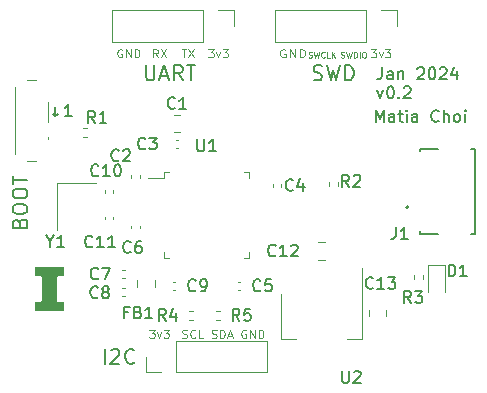
<source format=gbr>
%TF.GenerationSoftware,KiCad,Pcbnew,7.0.9*%
%TF.CreationDate,2024-01-06T18:59:37-08:00*%
%TF.ProjectId,STM32F103C8T6,53544d33-3246-4313-9033-433854362e6b,0.2*%
%TF.SameCoordinates,Original*%
%TF.FileFunction,Legend,Top*%
%TF.FilePolarity,Positive*%
%FSLAX46Y46*%
G04 Gerber Fmt 4.6, Leading zero omitted, Abs format (unit mm)*
G04 Created by KiCad (PCBNEW 7.0.9) date 2024-01-06 18:59:37*
%MOMM*%
%LPD*%
G01*
G04 APERTURE LIST*
%ADD10C,0.125000*%
%ADD11C,0.150000*%
%ADD12C,0.100000*%
%ADD13C,0.120000*%
%ADD14C,0.127000*%
%ADD15C,0.200000*%
G04 APERTURE END LIST*
D10*
X100182236Y-94707833D02*
X100615569Y-94707833D01*
X100615569Y-94707833D02*
X100382236Y-94974500D01*
X100382236Y-94974500D02*
X100482236Y-94974500D01*
X100482236Y-94974500D02*
X100548902Y-95007833D01*
X100548902Y-95007833D02*
X100582236Y-95041166D01*
X100582236Y-95041166D02*
X100615569Y-95107833D01*
X100615569Y-95107833D02*
X100615569Y-95274500D01*
X100615569Y-95274500D02*
X100582236Y-95341166D01*
X100582236Y-95341166D02*
X100548902Y-95374500D01*
X100548902Y-95374500D02*
X100482236Y-95407833D01*
X100482236Y-95407833D02*
X100282236Y-95407833D01*
X100282236Y-95407833D02*
X100215569Y-95374500D01*
X100215569Y-95374500D02*
X100182236Y-95341166D01*
X100848903Y-94941166D02*
X101015569Y-95407833D01*
X101015569Y-95407833D02*
X101182236Y-94941166D01*
X101382236Y-94707833D02*
X101815569Y-94707833D01*
X101815569Y-94707833D02*
X101582236Y-94974500D01*
X101582236Y-94974500D02*
X101682236Y-94974500D01*
X101682236Y-94974500D02*
X101748902Y-95007833D01*
X101748902Y-95007833D02*
X101782236Y-95041166D01*
X101782236Y-95041166D02*
X101815569Y-95107833D01*
X101815569Y-95107833D02*
X101815569Y-95274500D01*
X101815569Y-95274500D02*
X101782236Y-95341166D01*
X101782236Y-95341166D02*
X101748902Y-95374500D01*
X101748902Y-95374500D02*
X101682236Y-95407833D01*
X101682236Y-95407833D02*
X101482236Y-95407833D01*
X101482236Y-95407833D02*
X101415569Y-95374500D01*
X101415569Y-95374500D02*
X101382236Y-95341166D01*
X102898902Y-70957833D02*
X103298902Y-70957833D01*
X103098902Y-71657833D02*
X103098902Y-70957833D01*
X103465569Y-70957833D02*
X103932235Y-71657833D01*
X103932235Y-70957833D02*
X103465569Y-71657833D01*
D11*
X119872493Y-72509819D02*
X119872493Y-73224104D01*
X119872493Y-73224104D02*
X119824874Y-73366961D01*
X119824874Y-73366961D02*
X119729636Y-73462200D01*
X119729636Y-73462200D02*
X119586779Y-73509819D01*
X119586779Y-73509819D02*
X119491541Y-73509819D01*
X120777255Y-73509819D02*
X120777255Y-72986009D01*
X120777255Y-72986009D02*
X120729636Y-72890771D01*
X120729636Y-72890771D02*
X120634398Y-72843152D01*
X120634398Y-72843152D02*
X120443922Y-72843152D01*
X120443922Y-72843152D02*
X120348684Y-72890771D01*
X120777255Y-73462200D02*
X120682017Y-73509819D01*
X120682017Y-73509819D02*
X120443922Y-73509819D01*
X120443922Y-73509819D02*
X120348684Y-73462200D01*
X120348684Y-73462200D02*
X120301065Y-73366961D01*
X120301065Y-73366961D02*
X120301065Y-73271723D01*
X120301065Y-73271723D02*
X120348684Y-73176485D01*
X120348684Y-73176485D02*
X120443922Y-73128866D01*
X120443922Y-73128866D02*
X120682017Y-73128866D01*
X120682017Y-73128866D02*
X120777255Y-73081247D01*
X121253446Y-72843152D02*
X121253446Y-73509819D01*
X121253446Y-72938390D02*
X121301065Y-72890771D01*
X121301065Y-72890771D02*
X121396303Y-72843152D01*
X121396303Y-72843152D02*
X121539160Y-72843152D01*
X121539160Y-72843152D02*
X121634398Y-72890771D01*
X121634398Y-72890771D02*
X121682017Y-72986009D01*
X121682017Y-72986009D02*
X121682017Y-73509819D01*
X122872494Y-72605057D02*
X122920113Y-72557438D01*
X122920113Y-72557438D02*
X123015351Y-72509819D01*
X123015351Y-72509819D02*
X123253446Y-72509819D01*
X123253446Y-72509819D02*
X123348684Y-72557438D01*
X123348684Y-72557438D02*
X123396303Y-72605057D01*
X123396303Y-72605057D02*
X123443922Y-72700295D01*
X123443922Y-72700295D02*
X123443922Y-72795533D01*
X123443922Y-72795533D02*
X123396303Y-72938390D01*
X123396303Y-72938390D02*
X122824875Y-73509819D01*
X122824875Y-73509819D02*
X123443922Y-73509819D01*
X124062970Y-72509819D02*
X124158208Y-72509819D01*
X124158208Y-72509819D02*
X124253446Y-72557438D01*
X124253446Y-72557438D02*
X124301065Y-72605057D01*
X124301065Y-72605057D02*
X124348684Y-72700295D01*
X124348684Y-72700295D02*
X124396303Y-72890771D01*
X124396303Y-72890771D02*
X124396303Y-73128866D01*
X124396303Y-73128866D02*
X124348684Y-73319342D01*
X124348684Y-73319342D02*
X124301065Y-73414580D01*
X124301065Y-73414580D02*
X124253446Y-73462200D01*
X124253446Y-73462200D02*
X124158208Y-73509819D01*
X124158208Y-73509819D02*
X124062970Y-73509819D01*
X124062970Y-73509819D02*
X123967732Y-73462200D01*
X123967732Y-73462200D02*
X123920113Y-73414580D01*
X123920113Y-73414580D02*
X123872494Y-73319342D01*
X123872494Y-73319342D02*
X123824875Y-73128866D01*
X123824875Y-73128866D02*
X123824875Y-72890771D01*
X123824875Y-72890771D02*
X123872494Y-72700295D01*
X123872494Y-72700295D02*
X123920113Y-72605057D01*
X123920113Y-72605057D02*
X123967732Y-72557438D01*
X123967732Y-72557438D02*
X124062970Y-72509819D01*
X124777256Y-72605057D02*
X124824875Y-72557438D01*
X124824875Y-72557438D02*
X124920113Y-72509819D01*
X124920113Y-72509819D02*
X125158208Y-72509819D01*
X125158208Y-72509819D02*
X125253446Y-72557438D01*
X125253446Y-72557438D02*
X125301065Y-72605057D01*
X125301065Y-72605057D02*
X125348684Y-72700295D01*
X125348684Y-72700295D02*
X125348684Y-72795533D01*
X125348684Y-72795533D02*
X125301065Y-72938390D01*
X125301065Y-72938390D02*
X124729637Y-73509819D01*
X124729637Y-73509819D02*
X125348684Y-73509819D01*
X126205827Y-72843152D02*
X126205827Y-73509819D01*
X125967732Y-72462200D02*
X125729637Y-73176485D01*
X125729637Y-73176485D02*
X126348684Y-73176485D01*
X119491541Y-74453152D02*
X119729636Y-75119819D01*
X119729636Y-75119819D02*
X119967731Y-74453152D01*
X120539160Y-74119819D02*
X120634398Y-74119819D01*
X120634398Y-74119819D02*
X120729636Y-74167438D01*
X120729636Y-74167438D02*
X120777255Y-74215057D01*
X120777255Y-74215057D02*
X120824874Y-74310295D01*
X120824874Y-74310295D02*
X120872493Y-74500771D01*
X120872493Y-74500771D02*
X120872493Y-74738866D01*
X120872493Y-74738866D02*
X120824874Y-74929342D01*
X120824874Y-74929342D02*
X120777255Y-75024580D01*
X120777255Y-75024580D02*
X120729636Y-75072200D01*
X120729636Y-75072200D02*
X120634398Y-75119819D01*
X120634398Y-75119819D02*
X120539160Y-75119819D01*
X120539160Y-75119819D02*
X120443922Y-75072200D01*
X120443922Y-75072200D02*
X120396303Y-75024580D01*
X120396303Y-75024580D02*
X120348684Y-74929342D01*
X120348684Y-74929342D02*
X120301065Y-74738866D01*
X120301065Y-74738866D02*
X120301065Y-74500771D01*
X120301065Y-74500771D02*
X120348684Y-74310295D01*
X120348684Y-74310295D02*
X120396303Y-74215057D01*
X120396303Y-74215057D02*
X120443922Y-74167438D01*
X120443922Y-74167438D02*
X120539160Y-74119819D01*
X121301065Y-75024580D02*
X121348684Y-75072200D01*
X121348684Y-75072200D02*
X121301065Y-75119819D01*
X121301065Y-75119819D02*
X121253446Y-75072200D01*
X121253446Y-75072200D02*
X121301065Y-75024580D01*
X121301065Y-75024580D02*
X121301065Y-75119819D01*
X121729636Y-74215057D02*
X121777255Y-74167438D01*
X121777255Y-74167438D02*
X121872493Y-74119819D01*
X121872493Y-74119819D02*
X122110588Y-74119819D01*
X122110588Y-74119819D02*
X122205826Y-74167438D01*
X122205826Y-74167438D02*
X122253445Y-74215057D01*
X122253445Y-74215057D02*
X122301064Y-74310295D01*
X122301064Y-74310295D02*
X122301064Y-74405533D01*
X122301064Y-74405533D02*
X122253445Y-74548390D01*
X122253445Y-74548390D02*
X121682017Y-75119819D01*
X121682017Y-75119819D02*
X122301064Y-75119819D01*
X114086779Y-73529700D02*
X114265350Y-73589223D01*
X114265350Y-73589223D02*
X114562969Y-73589223D01*
X114562969Y-73589223D02*
X114682017Y-73529700D01*
X114682017Y-73529700D02*
X114741541Y-73470176D01*
X114741541Y-73470176D02*
X114801064Y-73351128D01*
X114801064Y-73351128D02*
X114801064Y-73232080D01*
X114801064Y-73232080D02*
X114741541Y-73113033D01*
X114741541Y-73113033D02*
X114682017Y-73053509D01*
X114682017Y-73053509D02*
X114562969Y-72993985D01*
X114562969Y-72993985D02*
X114324874Y-72934461D01*
X114324874Y-72934461D02*
X114205826Y-72874938D01*
X114205826Y-72874938D02*
X114146303Y-72815414D01*
X114146303Y-72815414D02*
X114086779Y-72696366D01*
X114086779Y-72696366D02*
X114086779Y-72577319D01*
X114086779Y-72577319D02*
X114146303Y-72458271D01*
X114146303Y-72458271D02*
X114205826Y-72398747D01*
X114205826Y-72398747D02*
X114324874Y-72339223D01*
X114324874Y-72339223D02*
X114622493Y-72339223D01*
X114622493Y-72339223D02*
X114801064Y-72398747D01*
X115217731Y-72339223D02*
X115515350Y-73589223D01*
X115515350Y-73589223D02*
X115753445Y-72696366D01*
X115753445Y-72696366D02*
X115991540Y-73589223D01*
X115991540Y-73589223D02*
X116289160Y-72339223D01*
X116765350Y-73589223D02*
X116765350Y-72339223D01*
X116765350Y-72339223D02*
X117062969Y-72339223D01*
X117062969Y-72339223D02*
X117241540Y-72398747D01*
X117241540Y-72398747D02*
X117360588Y-72517795D01*
X117360588Y-72517795D02*
X117420111Y-72636842D01*
X117420111Y-72636842D02*
X117479635Y-72874938D01*
X117479635Y-72874938D02*
X117479635Y-73053509D01*
X117479635Y-73053509D02*
X117420111Y-73291604D01*
X117420111Y-73291604D02*
X117360588Y-73410652D01*
X117360588Y-73410652D02*
X117241540Y-73529700D01*
X117241540Y-73529700D02*
X117062969Y-73589223D01*
X117062969Y-73589223D02*
X116765350Y-73589223D01*
D10*
X118932236Y-70957833D02*
X119365569Y-70957833D01*
X119365569Y-70957833D02*
X119132236Y-71224500D01*
X119132236Y-71224500D02*
X119232236Y-71224500D01*
X119232236Y-71224500D02*
X119298902Y-71257833D01*
X119298902Y-71257833D02*
X119332236Y-71291166D01*
X119332236Y-71291166D02*
X119365569Y-71357833D01*
X119365569Y-71357833D02*
X119365569Y-71524500D01*
X119365569Y-71524500D02*
X119332236Y-71591166D01*
X119332236Y-71591166D02*
X119298902Y-71624500D01*
X119298902Y-71624500D02*
X119232236Y-71657833D01*
X119232236Y-71657833D02*
X119032236Y-71657833D01*
X119032236Y-71657833D02*
X118965569Y-71624500D01*
X118965569Y-71624500D02*
X118932236Y-71591166D01*
X119598903Y-71191166D02*
X119765569Y-71657833D01*
X119765569Y-71657833D02*
X119932236Y-71191166D01*
X120132236Y-70957833D02*
X120565569Y-70957833D01*
X120565569Y-70957833D02*
X120332236Y-71224500D01*
X120332236Y-71224500D02*
X120432236Y-71224500D01*
X120432236Y-71224500D02*
X120498902Y-71257833D01*
X120498902Y-71257833D02*
X120532236Y-71291166D01*
X120532236Y-71291166D02*
X120565569Y-71357833D01*
X120565569Y-71357833D02*
X120565569Y-71524500D01*
X120565569Y-71524500D02*
X120532236Y-71591166D01*
X120532236Y-71591166D02*
X120498902Y-71624500D01*
X120498902Y-71624500D02*
X120432236Y-71657833D01*
X120432236Y-71657833D02*
X120232236Y-71657833D01*
X120232236Y-71657833D02*
X120165569Y-71624500D01*
X120165569Y-71624500D02*
X120132236Y-71591166D01*
D11*
X119336779Y-77119819D02*
X119336779Y-76119819D01*
X119336779Y-76119819D02*
X119670112Y-76834104D01*
X119670112Y-76834104D02*
X120003445Y-76119819D01*
X120003445Y-76119819D02*
X120003445Y-77119819D01*
X120908207Y-77119819D02*
X120908207Y-76596009D01*
X120908207Y-76596009D02*
X120860588Y-76500771D01*
X120860588Y-76500771D02*
X120765350Y-76453152D01*
X120765350Y-76453152D02*
X120574874Y-76453152D01*
X120574874Y-76453152D02*
X120479636Y-76500771D01*
X120908207Y-77072200D02*
X120812969Y-77119819D01*
X120812969Y-77119819D02*
X120574874Y-77119819D01*
X120574874Y-77119819D02*
X120479636Y-77072200D01*
X120479636Y-77072200D02*
X120432017Y-76976961D01*
X120432017Y-76976961D02*
X120432017Y-76881723D01*
X120432017Y-76881723D02*
X120479636Y-76786485D01*
X120479636Y-76786485D02*
X120574874Y-76738866D01*
X120574874Y-76738866D02*
X120812969Y-76738866D01*
X120812969Y-76738866D02*
X120908207Y-76691247D01*
X121241541Y-76453152D02*
X121622493Y-76453152D01*
X121384398Y-76119819D02*
X121384398Y-76976961D01*
X121384398Y-76976961D02*
X121432017Y-77072200D01*
X121432017Y-77072200D02*
X121527255Y-77119819D01*
X121527255Y-77119819D02*
X121622493Y-77119819D01*
X121955827Y-77119819D02*
X121955827Y-76453152D01*
X121955827Y-76119819D02*
X121908208Y-76167438D01*
X121908208Y-76167438D02*
X121955827Y-76215057D01*
X121955827Y-76215057D02*
X122003446Y-76167438D01*
X122003446Y-76167438D02*
X121955827Y-76119819D01*
X121955827Y-76119819D02*
X121955827Y-76215057D01*
X122860588Y-77119819D02*
X122860588Y-76596009D01*
X122860588Y-76596009D02*
X122812969Y-76500771D01*
X122812969Y-76500771D02*
X122717731Y-76453152D01*
X122717731Y-76453152D02*
X122527255Y-76453152D01*
X122527255Y-76453152D02*
X122432017Y-76500771D01*
X122860588Y-77072200D02*
X122765350Y-77119819D01*
X122765350Y-77119819D02*
X122527255Y-77119819D01*
X122527255Y-77119819D02*
X122432017Y-77072200D01*
X122432017Y-77072200D02*
X122384398Y-76976961D01*
X122384398Y-76976961D02*
X122384398Y-76881723D01*
X122384398Y-76881723D02*
X122432017Y-76786485D01*
X122432017Y-76786485D02*
X122527255Y-76738866D01*
X122527255Y-76738866D02*
X122765350Y-76738866D01*
X122765350Y-76738866D02*
X122860588Y-76691247D01*
X124670112Y-77024580D02*
X124622493Y-77072200D01*
X124622493Y-77072200D02*
X124479636Y-77119819D01*
X124479636Y-77119819D02*
X124384398Y-77119819D01*
X124384398Y-77119819D02*
X124241541Y-77072200D01*
X124241541Y-77072200D02*
X124146303Y-76976961D01*
X124146303Y-76976961D02*
X124098684Y-76881723D01*
X124098684Y-76881723D02*
X124051065Y-76691247D01*
X124051065Y-76691247D02*
X124051065Y-76548390D01*
X124051065Y-76548390D02*
X124098684Y-76357914D01*
X124098684Y-76357914D02*
X124146303Y-76262676D01*
X124146303Y-76262676D02*
X124241541Y-76167438D01*
X124241541Y-76167438D02*
X124384398Y-76119819D01*
X124384398Y-76119819D02*
X124479636Y-76119819D01*
X124479636Y-76119819D02*
X124622493Y-76167438D01*
X124622493Y-76167438D02*
X124670112Y-76215057D01*
X125098684Y-77119819D02*
X125098684Y-76119819D01*
X125527255Y-77119819D02*
X125527255Y-76596009D01*
X125527255Y-76596009D02*
X125479636Y-76500771D01*
X125479636Y-76500771D02*
X125384398Y-76453152D01*
X125384398Y-76453152D02*
X125241541Y-76453152D01*
X125241541Y-76453152D02*
X125146303Y-76500771D01*
X125146303Y-76500771D02*
X125098684Y-76548390D01*
X126146303Y-77119819D02*
X126051065Y-77072200D01*
X126051065Y-77072200D02*
X126003446Y-77024580D01*
X126003446Y-77024580D02*
X125955827Y-76929342D01*
X125955827Y-76929342D02*
X125955827Y-76643628D01*
X125955827Y-76643628D02*
X126003446Y-76548390D01*
X126003446Y-76548390D02*
X126051065Y-76500771D01*
X126051065Y-76500771D02*
X126146303Y-76453152D01*
X126146303Y-76453152D02*
X126289160Y-76453152D01*
X126289160Y-76453152D02*
X126384398Y-76500771D01*
X126384398Y-76500771D02*
X126432017Y-76548390D01*
X126432017Y-76548390D02*
X126479636Y-76643628D01*
X126479636Y-76643628D02*
X126479636Y-76929342D01*
X126479636Y-76929342D02*
X126432017Y-77024580D01*
X126432017Y-77024580D02*
X126384398Y-77072200D01*
X126384398Y-77072200D02*
X126289160Y-77119819D01*
X126289160Y-77119819D02*
X126146303Y-77119819D01*
X126908208Y-77119819D02*
X126908208Y-76453152D01*
X126908208Y-76119819D02*
X126860589Y-76167438D01*
X126860589Y-76167438D02*
X126908208Y-76215057D01*
X126908208Y-76215057D02*
X126955827Y-76167438D01*
X126955827Y-76167438D02*
X126908208Y-76119819D01*
X126908208Y-76119819D02*
X126908208Y-76215057D01*
D10*
X102965569Y-95374500D02*
X103065569Y-95407833D01*
X103065569Y-95407833D02*
X103232236Y-95407833D01*
X103232236Y-95407833D02*
X103298902Y-95374500D01*
X103298902Y-95374500D02*
X103332236Y-95341166D01*
X103332236Y-95341166D02*
X103365569Y-95274500D01*
X103365569Y-95274500D02*
X103365569Y-95207833D01*
X103365569Y-95207833D02*
X103332236Y-95141166D01*
X103332236Y-95141166D02*
X103298902Y-95107833D01*
X103298902Y-95107833D02*
X103232236Y-95074500D01*
X103232236Y-95074500D02*
X103098902Y-95041166D01*
X103098902Y-95041166D02*
X103032236Y-95007833D01*
X103032236Y-95007833D02*
X102998902Y-94974500D01*
X102998902Y-94974500D02*
X102965569Y-94907833D01*
X102965569Y-94907833D02*
X102965569Y-94841166D01*
X102965569Y-94841166D02*
X102998902Y-94774500D01*
X102998902Y-94774500D02*
X103032236Y-94741166D01*
X103032236Y-94741166D02*
X103098902Y-94707833D01*
X103098902Y-94707833D02*
X103265569Y-94707833D01*
X103265569Y-94707833D02*
X103365569Y-94741166D01*
X104065569Y-95341166D02*
X104032236Y-95374500D01*
X104032236Y-95374500D02*
X103932236Y-95407833D01*
X103932236Y-95407833D02*
X103865569Y-95407833D01*
X103865569Y-95407833D02*
X103765569Y-95374500D01*
X103765569Y-95374500D02*
X103698903Y-95307833D01*
X103698903Y-95307833D02*
X103665569Y-95241166D01*
X103665569Y-95241166D02*
X103632236Y-95107833D01*
X103632236Y-95107833D02*
X103632236Y-95007833D01*
X103632236Y-95007833D02*
X103665569Y-94874500D01*
X103665569Y-94874500D02*
X103698903Y-94807833D01*
X103698903Y-94807833D02*
X103765569Y-94741166D01*
X103765569Y-94741166D02*
X103865569Y-94707833D01*
X103865569Y-94707833D02*
X103932236Y-94707833D01*
X103932236Y-94707833D02*
X104032236Y-94741166D01*
X104032236Y-94741166D02*
X104065569Y-94774500D01*
X104698903Y-95407833D02*
X104365569Y-95407833D01*
X104365569Y-95407833D02*
X104365569Y-94707833D01*
X105182236Y-70957833D02*
X105615569Y-70957833D01*
X105615569Y-70957833D02*
X105382236Y-71224500D01*
X105382236Y-71224500D02*
X105482236Y-71224500D01*
X105482236Y-71224500D02*
X105548902Y-71257833D01*
X105548902Y-71257833D02*
X105582236Y-71291166D01*
X105582236Y-71291166D02*
X105615569Y-71357833D01*
X105615569Y-71357833D02*
X105615569Y-71524500D01*
X105615569Y-71524500D02*
X105582236Y-71591166D01*
X105582236Y-71591166D02*
X105548902Y-71624500D01*
X105548902Y-71624500D02*
X105482236Y-71657833D01*
X105482236Y-71657833D02*
X105282236Y-71657833D01*
X105282236Y-71657833D02*
X105215569Y-71624500D01*
X105215569Y-71624500D02*
X105182236Y-71591166D01*
X105848903Y-71191166D02*
X106015569Y-71657833D01*
X106015569Y-71657833D02*
X106182236Y-71191166D01*
X106382236Y-70957833D02*
X106815569Y-70957833D01*
X106815569Y-70957833D02*
X106582236Y-71224500D01*
X106582236Y-71224500D02*
X106682236Y-71224500D01*
X106682236Y-71224500D02*
X106748902Y-71257833D01*
X106748902Y-71257833D02*
X106782236Y-71291166D01*
X106782236Y-71291166D02*
X106815569Y-71357833D01*
X106815569Y-71357833D02*
X106815569Y-71524500D01*
X106815569Y-71524500D02*
X106782236Y-71591166D01*
X106782236Y-71591166D02*
X106748902Y-71624500D01*
X106748902Y-71624500D02*
X106682236Y-71657833D01*
X106682236Y-71657833D02*
X106482236Y-71657833D01*
X106482236Y-71657833D02*
X106415569Y-71624500D01*
X106415569Y-71624500D02*
X106382236Y-71591166D01*
D12*
X116411027Y-71659800D02*
X116482455Y-71683609D01*
X116482455Y-71683609D02*
X116601503Y-71683609D01*
X116601503Y-71683609D02*
X116649122Y-71659800D01*
X116649122Y-71659800D02*
X116672931Y-71635990D01*
X116672931Y-71635990D02*
X116696741Y-71588371D01*
X116696741Y-71588371D02*
X116696741Y-71540752D01*
X116696741Y-71540752D02*
X116672931Y-71493133D01*
X116672931Y-71493133D02*
X116649122Y-71469323D01*
X116649122Y-71469323D02*
X116601503Y-71445514D01*
X116601503Y-71445514D02*
X116506265Y-71421704D01*
X116506265Y-71421704D02*
X116458646Y-71397895D01*
X116458646Y-71397895D02*
X116434836Y-71374085D01*
X116434836Y-71374085D02*
X116411027Y-71326466D01*
X116411027Y-71326466D02*
X116411027Y-71278847D01*
X116411027Y-71278847D02*
X116434836Y-71231228D01*
X116434836Y-71231228D02*
X116458646Y-71207419D01*
X116458646Y-71207419D02*
X116506265Y-71183609D01*
X116506265Y-71183609D02*
X116625312Y-71183609D01*
X116625312Y-71183609D02*
X116696741Y-71207419D01*
X116863407Y-71183609D02*
X116982455Y-71683609D01*
X116982455Y-71683609D02*
X117077693Y-71326466D01*
X117077693Y-71326466D02*
X117172931Y-71683609D01*
X117172931Y-71683609D02*
X117291979Y-71183609D01*
X117482455Y-71683609D02*
X117482455Y-71183609D01*
X117482455Y-71183609D02*
X117601503Y-71183609D01*
X117601503Y-71183609D02*
X117672931Y-71207419D01*
X117672931Y-71207419D02*
X117720550Y-71255038D01*
X117720550Y-71255038D02*
X117744360Y-71302657D01*
X117744360Y-71302657D02*
X117768169Y-71397895D01*
X117768169Y-71397895D02*
X117768169Y-71469323D01*
X117768169Y-71469323D02*
X117744360Y-71564561D01*
X117744360Y-71564561D02*
X117720550Y-71612180D01*
X117720550Y-71612180D02*
X117672931Y-71659800D01*
X117672931Y-71659800D02*
X117601503Y-71683609D01*
X117601503Y-71683609D02*
X117482455Y-71683609D01*
X117982455Y-71683609D02*
X117982455Y-71183609D01*
X118315788Y-71183609D02*
X118411026Y-71183609D01*
X118411026Y-71183609D02*
X118458645Y-71207419D01*
X118458645Y-71207419D02*
X118506264Y-71255038D01*
X118506264Y-71255038D02*
X118530074Y-71350276D01*
X118530074Y-71350276D02*
X118530074Y-71516942D01*
X118530074Y-71516942D02*
X118506264Y-71612180D01*
X118506264Y-71612180D02*
X118458645Y-71659800D01*
X118458645Y-71659800D02*
X118411026Y-71683609D01*
X118411026Y-71683609D02*
X118315788Y-71683609D01*
X118315788Y-71683609D02*
X118268169Y-71659800D01*
X118268169Y-71659800D02*
X118220550Y-71612180D01*
X118220550Y-71612180D02*
X118196741Y-71516942D01*
X118196741Y-71516942D02*
X118196741Y-71350276D01*
X118196741Y-71350276D02*
X118220550Y-71255038D01*
X118220550Y-71255038D02*
X118268169Y-71207419D01*
X118268169Y-71207419D02*
X118315788Y-71183609D01*
D10*
X97865569Y-70991166D02*
X97798902Y-70957833D01*
X97798902Y-70957833D02*
X97698902Y-70957833D01*
X97698902Y-70957833D02*
X97598902Y-70991166D01*
X97598902Y-70991166D02*
X97532236Y-71057833D01*
X97532236Y-71057833D02*
X97498902Y-71124500D01*
X97498902Y-71124500D02*
X97465569Y-71257833D01*
X97465569Y-71257833D02*
X97465569Y-71357833D01*
X97465569Y-71357833D02*
X97498902Y-71491166D01*
X97498902Y-71491166D02*
X97532236Y-71557833D01*
X97532236Y-71557833D02*
X97598902Y-71624500D01*
X97598902Y-71624500D02*
X97698902Y-71657833D01*
X97698902Y-71657833D02*
X97765569Y-71657833D01*
X97765569Y-71657833D02*
X97865569Y-71624500D01*
X97865569Y-71624500D02*
X97898902Y-71591166D01*
X97898902Y-71591166D02*
X97898902Y-71357833D01*
X97898902Y-71357833D02*
X97765569Y-71357833D01*
X98198902Y-71657833D02*
X98198902Y-70957833D01*
X98198902Y-70957833D02*
X98598902Y-71657833D01*
X98598902Y-71657833D02*
X98598902Y-70957833D01*
X98932235Y-71657833D02*
X98932235Y-70957833D01*
X98932235Y-70957833D02*
X99098902Y-70957833D01*
X99098902Y-70957833D02*
X99198902Y-70991166D01*
X99198902Y-70991166D02*
X99265569Y-71057833D01*
X99265569Y-71057833D02*
X99298902Y-71124500D01*
X99298902Y-71124500D02*
X99332235Y-71257833D01*
X99332235Y-71257833D02*
X99332235Y-71357833D01*
X99332235Y-71357833D02*
X99298902Y-71491166D01*
X99298902Y-71491166D02*
X99265569Y-71557833D01*
X99265569Y-71557833D02*
X99198902Y-71624500D01*
X99198902Y-71624500D02*
X99098902Y-71657833D01*
X99098902Y-71657833D02*
X98932235Y-71657833D01*
X100898902Y-71657833D02*
X100665569Y-71324500D01*
X100498902Y-71657833D02*
X100498902Y-70957833D01*
X100498902Y-70957833D02*
X100765569Y-70957833D01*
X100765569Y-70957833D02*
X100832236Y-70991166D01*
X100832236Y-70991166D02*
X100865569Y-71024500D01*
X100865569Y-71024500D02*
X100898902Y-71091166D01*
X100898902Y-71091166D02*
X100898902Y-71191166D01*
X100898902Y-71191166D02*
X100865569Y-71257833D01*
X100865569Y-71257833D02*
X100832236Y-71291166D01*
X100832236Y-71291166D02*
X100765569Y-71324500D01*
X100765569Y-71324500D02*
X100498902Y-71324500D01*
X101132236Y-70957833D02*
X101598902Y-71657833D01*
X101598902Y-70957833D02*
X101132236Y-71657833D01*
D11*
X89184461Y-85687030D02*
X89243985Y-85508458D01*
X89243985Y-85508458D02*
X89303509Y-85448935D01*
X89303509Y-85448935D02*
X89422557Y-85389411D01*
X89422557Y-85389411D02*
X89601128Y-85389411D01*
X89601128Y-85389411D02*
X89720176Y-85448935D01*
X89720176Y-85448935D02*
X89779700Y-85508458D01*
X89779700Y-85508458D02*
X89839223Y-85627506D01*
X89839223Y-85627506D02*
X89839223Y-86103696D01*
X89839223Y-86103696D02*
X88589223Y-86103696D01*
X88589223Y-86103696D02*
X88589223Y-85687030D01*
X88589223Y-85687030D02*
X88648747Y-85567982D01*
X88648747Y-85567982D02*
X88708271Y-85508458D01*
X88708271Y-85508458D02*
X88827319Y-85448935D01*
X88827319Y-85448935D02*
X88946366Y-85448935D01*
X88946366Y-85448935D02*
X89065414Y-85508458D01*
X89065414Y-85508458D02*
X89124938Y-85567982D01*
X89124938Y-85567982D02*
X89184461Y-85687030D01*
X89184461Y-85687030D02*
X89184461Y-86103696D01*
X88589223Y-84615601D02*
X88589223Y-84377506D01*
X88589223Y-84377506D02*
X88648747Y-84258458D01*
X88648747Y-84258458D02*
X88767795Y-84139411D01*
X88767795Y-84139411D02*
X89005890Y-84079887D01*
X89005890Y-84079887D02*
X89422557Y-84079887D01*
X89422557Y-84079887D02*
X89660652Y-84139411D01*
X89660652Y-84139411D02*
X89779700Y-84258458D01*
X89779700Y-84258458D02*
X89839223Y-84377506D01*
X89839223Y-84377506D02*
X89839223Y-84615601D01*
X89839223Y-84615601D02*
X89779700Y-84734649D01*
X89779700Y-84734649D02*
X89660652Y-84853696D01*
X89660652Y-84853696D02*
X89422557Y-84913220D01*
X89422557Y-84913220D02*
X89005890Y-84913220D01*
X89005890Y-84913220D02*
X88767795Y-84853696D01*
X88767795Y-84853696D02*
X88648747Y-84734649D01*
X88648747Y-84734649D02*
X88589223Y-84615601D01*
X88589223Y-83306077D02*
X88589223Y-83067982D01*
X88589223Y-83067982D02*
X88648747Y-82948934D01*
X88648747Y-82948934D02*
X88767795Y-82829887D01*
X88767795Y-82829887D02*
X89005890Y-82770363D01*
X89005890Y-82770363D02*
X89422557Y-82770363D01*
X89422557Y-82770363D02*
X89660652Y-82829887D01*
X89660652Y-82829887D02*
X89779700Y-82948934D01*
X89779700Y-82948934D02*
X89839223Y-83067982D01*
X89839223Y-83067982D02*
X89839223Y-83306077D01*
X89839223Y-83306077D02*
X89779700Y-83425125D01*
X89779700Y-83425125D02*
X89660652Y-83544172D01*
X89660652Y-83544172D02*
X89422557Y-83603696D01*
X89422557Y-83603696D02*
X89005890Y-83603696D01*
X89005890Y-83603696D02*
X88767795Y-83544172D01*
X88767795Y-83544172D02*
X88648747Y-83425125D01*
X88648747Y-83425125D02*
X88589223Y-83306077D01*
X88589223Y-82413220D02*
X88589223Y-81698934D01*
X89839223Y-82056077D02*
X88589223Y-82056077D01*
D10*
X111691759Y-70991166D02*
X111615569Y-70957833D01*
X111615569Y-70957833D02*
X111501283Y-70957833D01*
X111501283Y-70957833D02*
X111386997Y-70991166D01*
X111386997Y-70991166D02*
X111310807Y-71057833D01*
X111310807Y-71057833D02*
X111272712Y-71124500D01*
X111272712Y-71124500D02*
X111234616Y-71257833D01*
X111234616Y-71257833D02*
X111234616Y-71357833D01*
X111234616Y-71357833D02*
X111272712Y-71491166D01*
X111272712Y-71491166D02*
X111310807Y-71557833D01*
X111310807Y-71557833D02*
X111386997Y-71624500D01*
X111386997Y-71624500D02*
X111501283Y-71657833D01*
X111501283Y-71657833D02*
X111577474Y-71657833D01*
X111577474Y-71657833D02*
X111691759Y-71624500D01*
X111691759Y-71624500D02*
X111729855Y-71591166D01*
X111729855Y-71591166D02*
X111729855Y-71357833D01*
X111729855Y-71357833D02*
X111577474Y-71357833D01*
X112072712Y-71657833D02*
X112072712Y-70957833D01*
X112072712Y-70957833D02*
X112529855Y-71657833D01*
X112529855Y-71657833D02*
X112529855Y-70957833D01*
X112910807Y-71657833D02*
X112910807Y-70957833D01*
X112910807Y-70957833D02*
X113101283Y-70957833D01*
X113101283Y-70957833D02*
X113215569Y-70991166D01*
X113215569Y-70991166D02*
X113291759Y-71057833D01*
X113291759Y-71057833D02*
X113329854Y-71124500D01*
X113329854Y-71124500D02*
X113367950Y-71257833D01*
X113367950Y-71257833D02*
X113367950Y-71357833D01*
X113367950Y-71357833D02*
X113329854Y-71491166D01*
X113329854Y-71491166D02*
X113291759Y-71557833D01*
X113291759Y-71557833D02*
X113215569Y-71624500D01*
X113215569Y-71624500D02*
X113101283Y-71657833D01*
X113101283Y-71657833D02*
X112910807Y-71657833D01*
D12*
X113661027Y-71659800D02*
X113732455Y-71683609D01*
X113732455Y-71683609D02*
X113851503Y-71683609D01*
X113851503Y-71683609D02*
X113899122Y-71659800D01*
X113899122Y-71659800D02*
X113922931Y-71635990D01*
X113922931Y-71635990D02*
X113946741Y-71588371D01*
X113946741Y-71588371D02*
X113946741Y-71540752D01*
X113946741Y-71540752D02*
X113922931Y-71493133D01*
X113922931Y-71493133D02*
X113899122Y-71469323D01*
X113899122Y-71469323D02*
X113851503Y-71445514D01*
X113851503Y-71445514D02*
X113756265Y-71421704D01*
X113756265Y-71421704D02*
X113708646Y-71397895D01*
X113708646Y-71397895D02*
X113684836Y-71374085D01*
X113684836Y-71374085D02*
X113661027Y-71326466D01*
X113661027Y-71326466D02*
X113661027Y-71278847D01*
X113661027Y-71278847D02*
X113684836Y-71231228D01*
X113684836Y-71231228D02*
X113708646Y-71207419D01*
X113708646Y-71207419D02*
X113756265Y-71183609D01*
X113756265Y-71183609D02*
X113875312Y-71183609D01*
X113875312Y-71183609D02*
X113946741Y-71207419D01*
X114113407Y-71183609D02*
X114232455Y-71683609D01*
X114232455Y-71683609D02*
X114327693Y-71326466D01*
X114327693Y-71326466D02*
X114422931Y-71683609D01*
X114422931Y-71683609D02*
X114541979Y-71183609D01*
X115018169Y-71635990D02*
X114994360Y-71659800D01*
X114994360Y-71659800D02*
X114922931Y-71683609D01*
X114922931Y-71683609D02*
X114875312Y-71683609D01*
X114875312Y-71683609D02*
X114803884Y-71659800D01*
X114803884Y-71659800D02*
X114756265Y-71612180D01*
X114756265Y-71612180D02*
X114732455Y-71564561D01*
X114732455Y-71564561D02*
X114708646Y-71469323D01*
X114708646Y-71469323D02*
X114708646Y-71397895D01*
X114708646Y-71397895D02*
X114732455Y-71302657D01*
X114732455Y-71302657D02*
X114756265Y-71255038D01*
X114756265Y-71255038D02*
X114803884Y-71207419D01*
X114803884Y-71207419D02*
X114875312Y-71183609D01*
X114875312Y-71183609D02*
X114922931Y-71183609D01*
X114922931Y-71183609D02*
X114994360Y-71207419D01*
X114994360Y-71207419D02*
X115018169Y-71231228D01*
X115470550Y-71683609D02*
X115232455Y-71683609D01*
X115232455Y-71683609D02*
X115232455Y-71183609D01*
X115637217Y-71683609D02*
X115637217Y-71183609D01*
X115922931Y-71683609D02*
X115708646Y-71397895D01*
X115922931Y-71183609D02*
X115637217Y-71469323D01*
D10*
X108365569Y-94741166D02*
X108298902Y-94707833D01*
X108298902Y-94707833D02*
X108198902Y-94707833D01*
X108198902Y-94707833D02*
X108098902Y-94741166D01*
X108098902Y-94741166D02*
X108032236Y-94807833D01*
X108032236Y-94807833D02*
X107998902Y-94874500D01*
X107998902Y-94874500D02*
X107965569Y-95007833D01*
X107965569Y-95007833D02*
X107965569Y-95107833D01*
X107965569Y-95107833D02*
X107998902Y-95241166D01*
X107998902Y-95241166D02*
X108032236Y-95307833D01*
X108032236Y-95307833D02*
X108098902Y-95374500D01*
X108098902Y-95374500D02*
X108198902Y-95407833D01*
X108198902Y-95407833D02*
X108265569Y-95407833D01*
X108265569Y-95407833D02*
X108365569Y-95374500D01*
X108365569Y-95374500D02*
X108398902Y-95341166D01*
X108398902Y-95341166D02*
X108398902Y-95107833D01*
X108398902Y-95107833D02*
X108265569Y-95107833D01*
X108698902Y-95407833D02*
X108698902Y-94707833D01*
X108698902Y-94707833D02*
X109098902Y-95407833D01*
X109098902Y-95407833D02*
X109098902Y-94707833D01*
X109432235Y-95407833D02*
X109432235Y-94707833D01*
X109432235Y-94707833D02*
X109598902Y-94707833D01*
X109598902Y-94707833D02*
X109698902Y-94741166D01*
X109698902Y-94741166D02*
X109765569Y-94807833D01*
X109765569Y-94807833D02*
X109798902Y-94874500D01*
X109798902Y-94874500D02*
X109832235Y-95007833D01*
X109832235Y-95007833D02*
X109832235Y-95107833D01*
X109832235Y-95107833D02*
X109798902Y-95241166D01*
X109798902Y-95241166D02*
X109765569Y-95307833D01*
X109765569Y-95307833D02*
X109698902Y-95374500D01*
X109698902Y-95374500D02*
X109598902Y-95407833D01*
X109598902Y-95407833D02*
X109432235Y-95407833D01*
D11*
X99896303Y-72339223D02*
X99896303Y-73351128D01*
X99896303Y-73351128D02*
X99955826Y-73470176D01*
X99955826Y-73470176D02*
X100015350Y-73529700D01*
X100015350Y-73529700D02*
X100134398Y-73589223D01*
X100134398Y-73589223D02*
X100372493Y-73589223D01*
X100372493Y-73589223D02*
X100491541Y-73529700D01*
X100491541Y-73529700D02*
X100551064Y-73470176D01*
X100551064Y-73470176D02*
X100610588Y-73351128D01*
X100610588Y-73351128D02*
X100610588Y-72339223D01*
X101146303Y-73232080D02*
X101741541Y-73232080D01*
X101027255Y-73589223D02*
X101443922Y-72339223D01*
X101443922Y-72339223D02*
X101860588Y-73589223D01*
X102991541Y-73589223D02*
X102574875Y-72993985D01*
X102277256Y-73589223D02*
X102277256Y-72339223D01*
X102277256Y-72339223D02*
X102753446Y-72339223D01*
X102753446Y-72339223D02*
X102872494Y-72398747D01*
X102872494Y-72398747D02*
X102932017Y-72458271D01*
X102932017Y-72458271D02*
X102991541Y-72577319D01*
X102991541Y-72577319D02*
X102991541Y-72755890D01*
X102991541Y-72755890D02*
X102932017Y-72874938D01*
X102932017Y-72874938D02*
X102872494Y-72934461D01*
X102872494Y-72934461D02*
X102753446Y-72993985D01*
X102753446Y-72993985D02*
X102277256Y-72993985D01*
X103348684Y-72339223D02*
X104062970Y-72339223D01*
X103705827Y-73589223D02*
X103705827Y-72339223D01*
X96396303Y-97589223D02*
X96396303Y-96339223D01*
X96932017Y-96458271D02*
X96991541Y-96398747D01*
X96991541Y-96398747D02*
X97110588Y-96339223D01*
X97110588Y-96339223D02*
X97408207Y-96339223D01*
X97408207Y-96339223D02*
X97527255Y-96398747D01*
X97527255Y-96398747D02*
X97586779Y-96458271D01*
X97586779Y-96458271D02*
X97646302Y-96577319D01*
X97646302Y-96577319D02*
X97646302Y-96696366D01*
X97646302Y-96696366D02*
X97586779Y-96874938D01*
X97586779Y-96874938D02*
X96872493Y-97589223D01*
X96872493Y-97589223D02*
X97646302Y-97589223D01*
X98896302Y-97470176D02*
X98836778Y-97529700D01*
X98836778Y-97529700D02*
X98658207Y-97589223D01*
X98658207Y-97589223D02*
X98539159Y-97589223D01*
X98539159Y-97589223D02*
X98360588Y-97529700D01*
X98360588Y-97529700D02*
X98241540Y-97410652D01*
X98241540Y-97410652D02*
X98182017Y-97291604D01*
X98182017Y-97291604D02*
X98122493Y-97053509D01*
X98122493Y-97053509D02*
X98122493Y-96874938D01*
X98122493Y-96874938D02*
X98182017Y-96636842D01*
X98182017Y-96636842D02*
X98241540Y-96517795D01*
X98241540Y-96517795D02*
X98360588Y-96398747D01*
X98360588Y-96398747D02*
X98539159Y-96339223D01*
X98539159Y-96339223D02*
X98658207Y-96339223D01*
X98658207Y-96339223D02*
X98836778Y-96398747D01*
X98836778Y-96398747D02*
X98896302Y-96458271D01*
D10*
X105465569Y-95374500D02*
X105565569Y-95407833D01*
X105565569Y-95407833D02*
X105732236Y-95407833D01*
X105732236Y-95407833D02*
X105798902Y-95374500D01*
X105798902Y-95374500D02*
X105832236Y-95341166D01*
X105832236Y-95341166D02*
X105865569Y-95274500D01*
X105865569Y-95274500D02*
X105865569Y-95207833D01*
X105865569Y-95207833D02*
X105832236Y-95141166D01*
X105832236Y-95141166D02*
X105798902Y-95107833D01*
X105798902Y-95107833D02*
X105732236Y-95074500D01*
X105732236Y-95074500D02*
X105598902Y-95041166D01*
X105598902Y-95041166D02*
X105532236Y-95007833D01*
X105532236Y-95007833D02*
X105498902Y-94974500D01*
X105498902Y-94974500D02*
X105465569Y-94907833D01*
X105465569Y-94907833D02*
X105465569Y-94841166D01*
X105465569Y-94841166D02*
X105498902Y-94774500D01*
X105498902Y-94774500D02*
X105532236Y-94741166D01*
X105532236Y-94741166D02*
X105598902Y-94707833D01*
X105598902Y-94707833D02*
X105765569Y-94707833D01*
X105765569Y-94707833D02*
X105865569Y-94741166D01*
X106165569Y-95407833D02*
X106165569Y-94707833D01*
X106165569Y-94707833D02*
X106332236Y-94707833D01*
X106332236Y-94707833D02*
X106432236Y-94741166D01*
X106432236Y-94741166D02*
X106498903Y-94807833D01*
X106498903Y-94807833D02*
X106532236Y-94874500D01*
X106532236Y-94874500D02*
X106565569Y-95007833D01*
X106565569Y-95007833D02*
X106565569Y-95107833D01*
X106565569Y-95107833D02*
X106532236Y-95241166D01*
X106532236Y-95241166D02*
X106498903Y-95307833D01*
X106498903Y-95307833D02*
X106432236Y-95374500D01*
X106432236Y-95374500D02*
X106332236Y-95407833D01*
X106332236Y-95407833D02*
X106165569Y-95407833D01*
X106832236Y-95207833D02*
X107165569Y-95207833D01*
X106765569Y-95407833D02*
X106998903Y-94707833D01*
X106998903Y-94707833D02*
X107232236Y-95407833D01*
D11*
X92217731Y-75857914D02*
X92217731Y-76619819D01*
X92408207Y-76429342D02*
X92217731Y-76619819D01*
X92217731Y-76619819D02*
X92027255Y-76429342D01*
X93598683Y-76619819D02*
X93027255Y-76619819D01*
X93312969Y-76619819D02*
X93312969Y-75619819D01*
X93312969Y-75619819D02*
X93217731Y-75762676D01*
X93217731Y-75762676D02*
X93122493Y-75857914D01*
X93122493Y-75857914D02*
X93027255Y-75905533D01*
X98366666Y-93231009D02*
X98033333Y-93231009D01*
X98033333Y-93754819D02*
X98033333Y-92754819D01*
X98033333Y-92754819D02*
X98509523Y-92754819D01*
X99223809Y-93231009D02*
X99366666Y-93278628D01*
X99366666Y-93278628D02*
X99414285Y-93326247D01*
X99414285Y-93326247D02*
X99461904Y-93421485D01*
X99461904Y-93421485D02*
X99461904Y-93564342D01*
X99461904Y-93564342D02*
X99414285Y-93659580D01*
X99414285Y-93659580D02*
X99366666Y-93707200D01*
X99366666Y-93707200D02*
X99271428Y-93754819D01*
X99271428Y-93754819D02*
X98890476Y-93754819D01*
X98890476Y-93754819D02*
X98890476Y-92754819D01*
X98890476Y-92754819D02*
X99223809Y-92754819D01*
X99223809Y-92754819D02*
X99319047Y-92802438D01*
X99319047Y-92802438D02*
X99366666Y-92850057D01*
X99366666Y-92850057D02*
X99414285Y-92945295D01*
X99414285Y-92945295D02*
X99414285Y-93040533D01*
X99414285Y-93040533D02*
X99366666Y-93135771D01*
X99366666Y-93135771D02*
X99319047Y-93183390D01*
X99319047Y-93183390D02*
X99223809Y-93231009D01*
X99223809Y-93231009D02*
X98890476Y-93231009D01*
X100414285Y-93754819D02*
X99842857Y-93754819D01*
X100128571Y-93754819D02*
X100128571Y-92754819D01*
X100128571Y-92754819D02*
X100033333Y-92897676D01*
X100033333Y-92897676D02*
X99938095Y-92992914D01*
X99938095Y-92992914D02*
X99842857Y-93040533D01*
X102333333Y-75929580D02*
X102285714Y-75977200D01*
X102285714Y-75977200D02*
X102142857Y-76024819D01*
X102142857Y-76024819D02*
X102047619Y-76024819D01*
X102047619Y-76024819D02*
X101904762Y-75977200D01*
X101904762Y-75977200D02*
X101809524Y-75881961D01*
X101809524Y-75881961D02*
X101761905Y-75786723D01*
X101761905Y-75786723D02*
X101714286Y-75596247D01*
X101714286Y-75596247D02*
X101714286Y-75453390D01*
X101714286Y-75453390D02*
X101761905Y-75262914D01*
X101761905Y-75262914D02*
X101809524Y-75167676D01*
X101809524Y-75167676D02*
X101904762Y-75072438D01*
X101904762Y-75072438D02*
X102047619Y-75024819D01*
X102047619Y-75024819D02*
X102142857Y-75024819D01*
X102142857Y-75024819D02*
X102285714Y-75072438D01*
X102285714Y-75072438D02*
X102333333Y-75120057D01*
X103285714Y-76024819D02*
X102714286Y-76024819D01*
X103000000Y-76024819D02*
X103000000Y-75024819D01*
X103000000Y-75024819D02*
X102904762Y-75167676D01*
X102904762Y-75167676D02*
X102809524Y-75262914D01*
X102809524Y-75262914D02*
X102714286Y-75310533D01*
X121054166Y-86031569D02*
X121054166Y-86745854D01*
X121054166Y-86745854D02*
X121006547Y-86888711D01*
X121006547Y-86888711D02*
X120911309Y-86983950D01*
X120911309Y-86983950D02*
X120768452Y-87031569D01*
X120768452Y-87031569D02*
X120673214Y-87031569D01*
X122054166Y-87031569D02*
X121482738Y-87031569D01*
X121768452Y-87031569D02*
X121768452Y-86031569D01*
X121768452Y-86031569D02*
X121673214Y-86174426D01*
X121673214Y-86174426D02*
X121577976Y-86269664D01*
X121577976Y-86269664D02*
X121482738Y-86317283D01*
X97583333Y-80359580D02*
X97535714Y-80407200D01*
X97535714Y-80407200D02*
X97392857Y-80454819D01*
X97392857Y-80454819D02*
X97297619Y-80454819D01*
X97297619Y-80454819D02*
X97154762Y-80407200D01*
X97154762Y-80407200D02*
X97059524Y-80311961D01*
X97059524Y-80311961D02*
X97011905Y-80216723D01*
X97011905Y-80216723D02*
X96964286Y-80026247D01*
X96964286Y-80026247D02*
X96964286Y-79883390D01*
X96964286Y-79883390D02*
X97011905Y-79692914D01*
X97011905Y-79692914D02*
X97059524Y-79597676D01*
X97059524Y-79597676D02*
X97154762Y-79502438D01*
X97154762Y-79502438D02*
X97297619Y-79454819D01*
X97297619Y-79454819D02*
X97392857Y-79454819D01*
X97392857Y-79454819D02*
X97535714Y-79502438D01*
X97535714Y-79502438D02*
X97583333Y-79550057D01*
X97964286Y-79550057D02*
X98011905Y-79502438D01*
X98011905Y-79502438D02*
X98107143Y-79454819D01*
X98107143Y-79454819D02*
X98345238Y-79454819D01*
X98345238Y-79454819D02*
X98440476Y-79502438D01*
X98440476Y-79502438D02*
X98488095Y-79550057D01*
X98488095Y-79550057D02*
X98535714Y-79645295D01*
X98535714Y-79645295D02*
X98535714Y-79740533D01*
X98535714Y-79740533D02*
X98488095Y-79883390D01*
X98488095Y-79883390D02*
X97916667Y-80454819D01*
X97916667Y-80454819D02*
X98535714Y-80454819D01*
X112333333Y-82859580D02*
X112285714Y-82907200D01*
X112285714Y-82907200D02*
X112142857Y-82954819D01*
X112142857Y-82954819D02*
X112047619Y-82954819D01*
X112047619Y-82954819D02*
X111904762Y-82907200D01*
X111904762Y-82907200D02*
X111809524Y-82811961D01*
X111809524Y-82811961D02*
X111761905Y-82716723D01*
X111761905Y-82716723D02*
X111714286Y-82526247D01*
X111714286Y-82526247D02*
X111714286Y-82383390D01*
X111714286Y-82383390D02*
X111761905Y-82192914D01*
X111761905Y-82192914D02*
X111809524Y-82097676D01*
X111809524Y-82097676D02*
X111904762Y-82002438D01*
X111904762Y-82002438D02*
X112047619Y-81954819D01*
X112047619Y-81954819D02*
X112142857Y-81954819D01*
X112142857Y-81954819D02*
X112285714Y-82002438D01*
X112285714Y-82002438D02*
X112333333Y-82050057D01*
X113190476Y-82288152D02*
X113190476Y-82954819D01*
X112952381Y-81907200D02*
X112714286Y-82621485D01*
X112714286Y-82621485D02*
X113333333Y-82621485D01*
X107803333Y-93954819D02*
X107470000Y-93478628D01*
X107231905Y-93954819D02*
X107231905Y-92954819D01*
X107231905Y-92954819D02*
X107612857Y-92954819D01*
X107612857Y-92954819D02*
X107708095Y-93002438D01*
X107708095Y-93002438D02*
X107755714Y-93050057D01*
X107755714Y-93050057D02*
X107803333Y-93145295D01*
X107803333Y-93145295D02*
X107803333Y-93288152D01*
X107803333Y-93288152D02*
X107755714Y-93383390D01*
X107755714Y-93383390D02*
X107708095Y-93431009D01*
X107708095Y-93431009D02*
X107612857Y-93478628D01*
X107612857Y-93478628D02*
X107231905Y-93478628D01*
X108708095Y-92954819D02*
X108231905Y-92954819D01*
X108231905Y-92954819D02*
X108184286Y-93431009D01*
X108184286Y-93431009D02*
X108231905Y-93383390D01*
X108231905Y-93383390D02*
X108327143Y-93335771D01*
X108327143Y-93335771D02*
X108565238Y-93335771D01*
X108565238Y-93335771D02*
X108660476Y-93383390D01*
X108660476Y-93383390D02*
X108708095Y-93431009D01*
X108708095Y-93431009D02*
X108755714Y-93526247D01*
X108755714Y-93526247D02*
X108755714Y-93764342D01*
X108755714Y-93764342D02*
X108708095Y-93859580D01*
X108708095Y-93859580D02*
X108660476Y-93907200D01*
X108660476Y-93907200D02*
X108565238Y-93954819D01*
X108565238Y-93954819D02*
X108327143Y-93954819D01*
X108327143Y-93954819D02*
X108231905Y-93907200D01*
X108231905Y-93907200D02*
X108184286Y-93859580D01*
X95808333Y-91959580D02*
X95760714Y-92007200D01*
X95760714Y-92007200D02*
X95617857Y-92054819D01*
X95617857Y-92054819D02*
X95522619Y-92054819D01*
X95522619Y-92054819D02*
X95379762Y-92007200D01*
X95379762Y-92007200D02*
X95284524Y-91911961D01*
X95284524Y-91911961D02*
X95236905Y-91816723D01*
X95236905Y-91816723D02*
X95189286Y-91626247D01*
X95189286Y-91626247D02*
X95189286Y-91483390D01*
X95189286Y-91483390D02*
X95236905Y-91292914D01*
X95236905Y-91292914D02*
X95284524Y-91197676D01*
X95284524Y-91197676D02*
X95379762Y-91102438D01*
X95379762Y-91102438D02*
X95522619Y-91054819D01*
X95522619Y-91054819D02*
X95617857Y-91054819D01*
X95617857Y-91054819D02*
X95760714Y-91102438D01*
X95760714Y-91102438D02*
X95808333Y-91150057D01*
X96379762Y-91483390D02*
X96284524Y-91435771D01*
X96284524Y-91435771D02*
X96236905Y-91388152D01*
X96236905Y-91388152D02*
X96189286Y-91292914D01*
X96189286Y-91292914D02*
X96189286Y-91245295D01*
X96189286Y-91245295D02*
X96236905Y-91150057D01*
X96236905Y-91150057D02*
X96284524Y-91102438D01*
X96284524Y-91102438D02*
X96379762Y-91054819D01*
X96379762Y-91054819D02*
X96570238Y-91054819D01*
X96570238Y-91054819D02*
X96665476Y-91102438D01*
X96665476Y-91102438D02*
X96713095Y-91150057D01*
X96713095Y-91150057D02*
X96760714Y-91245295D01*
X96760714Y-91245295D02*
X96760714Y-91292914D01*
X96760714Y-91292914D02*
X96713095Y-91388152D01*
X96713095Y-91388152D02*
X96665476Y-91435771D01*
X96665476Y-91435771D02*
X96570238Y-91483390D01*
X96570238Y-91483390D02*
X96379762Y-91483390D01*
X96379762Y-91483390D02*
X96284524Y-91531009D01*
X96284524Y-91531009D02*
X96236905Y-91578628D01*
X96236905Y-91578628D02*
X96189286Y-91673866D01*
X96189286Y-91673866D02*
X96189286Y-91864342D01*
X96189286Y-91864342D02*
X96236905Y-91959580D01*
X96236905Y-91959580D02*
X96284524Y-92007200D01*
X96284524Y-92007200D02*
X96379762Y-92054819D01*
X96379762Y-92054819D02*
X96570238Y-92054819D01*
X96570238Y-92054819D02*
X96665476Y-92007200D01*
X96665476Y-92007200D02*
X96713095Y-91959580D01*
X96713095Y-91959580D02*
X96760714Y-91864342D01*
X96760714Y-91864342D02*
X96760714Y-91673866D01*
X96760714Y-91673866D02*
X96713095Y-91578628D01*
X96713095Y-91578628D02*
X96665476Y-91531009D01*
X96665476Y-91531009D02*
X96570238Y-91483390D01*
X109583333Y-91359580D02*
X109535714Y-91407200D01*
X109535714Y-91407200D02*
X109392857Y-91454819D01*
X109392857Y-91454819D02*
X109297619Y-91454819D01*
X109297619Y-91454819D02*
X109154762Y-91407200D01*
X109154762Y-91407200D02*
X109059524Y-91311961D01*
X109059524Y-91311961D02*
X109011905Y-91216723D01*
X109011905Y-91216723D02*
X108964286Y-91026247D01*
X108964286Y-91026247D02*
X108964286Y-90883390D01*
X108964286Y-90883390D02*
X109011905Y-90692914D01*
X109011905Y-90692914D02*
X109059524Y-90597676D01*
X109059524Y-90597676D02*
X109154762Y-90502438D01*
X109154762Y-90502438D02*
X109297619Y-90454819D01*
X109297619Y-90454819D02*
X109392857Y-90454819D01*
X109392857Y-90454819D02*
X109535714Y-90502438D01*
X109535714Y-90502438D02*
X109583333Y-90550057D01*
X110488095Y-90454819D02*
X110011905Y-90454819D01*
X110011905Y-90454819D02*
X109964286Y-90931009D01*
X109964286Y-90931009D02*
X110011905Y-90883390D01*
X110011905Y-90883390D02*
X110107143Y-90835771D01*
X110107143Y-90835771D02*
X110345238Y-90835771D01*
X110345238Y-90835771D02*
X110440476Y-90883390D01*
X110440476Y-90883390D02*
X110488095Y-90931009D01*
X110488095Y-90931009D02*
X110535714Y-91026247D01*
X110535714Y-91026247D02*
X110535714Y-91264342D01*
X110535714Y-91264342D02*
X110488095Y-91359580D01*
X110488095Y-91359580D02*
X110440476Y-91407200D01*
X110440476Y-91407200D02*
X110345238Y-91454819D01*
X110345238Y-91454819D02*
X110107143Y-91454819D01*
X110107143Y-91454819D02*
X110011905Y-91407200D01*
X110011905Y-91407200D02*
X109964286Y-91359580D01*
X125511905Y-90204819D02*
X125511905Y-89204819D01*
X125511905Y-89204819D02*
X125750000Y-89204819D01*
X125750000Y-89204819D02*
X125892857Y-89252438D01*
X125892857Y-89252438D02*
X125988095Y-89347676D01*
X125988095Y-89347676D02*
X126035714Y-89442914D01*
X126035714Y-89442914D02*
X126083333Y-89633390D01*
X126083333Y-89633390D02*
X126083333Y-89776247D01*
X126083333Y-89776247D02*
X126035714Y-89966723D01*
X126035714Y-89966723D02*
X125988095Y-90061961D01*
X125988095Y-90061961D02*
X125892857Y-90157200D01*
X125892857Y-90157200D02*
X125750000Y-90204819D01*
X125750000Y-90204819D02*
X125511905Y-90204819D01*
X127035714Y-90204819D02*
X126464286Y-90204819D01*
X126750000Y-90204819D02*
X126750000Y-89204819D01*
X126750000Y-89204819D02*
X126654762Y-89347676D01*
X126654762Y-89347676D02*
X126559524Y-89442914D01*
X126559524Y-89442914D02*
X126464286Y-89490533D01*
X119107142Y-91159580D02*
X119059523Y-91207200D01*
X119059523Y-91207200D02*
X118916666Y-91254819D01*
X118916666Y-91254819D02*
X118821428Y-91254819D01*
X118821428Y-91254819D02*
X118678571Y-91207200D01*
X118678571Y-91207200D02*
X118583333Y-91111961D01*
X118583333Y-91111961D02*
X118535714Y-91016723D01*
X118535714Y-91016723D02*
X118488095Y-90826247D01*
X118488095Y-90826247D02*
X118488095Y-90683390D01*
X118488095Y-90683390D02*
X118535714Y-90492914D01*
X118535714Y-90492914D02*
X118583333Y-90397676D01*
X118583333Y-90397676D02*
X118678571Y-90302438D01*
X118678571Y-90302438D02*
X118821428Y-90254819D01*
X118821428Y-90254819D02*
X118916666Y-90254819D01*
X118916666Y-90254819D02*
X119059523Y-90302438D01*
X119059523Y-90302438D02*
X119107142Y-90350057D01*
X120059523Y-91254819D02*
X119488095Y-91254819D01*
X119773809Y-91254819D02*
X119773809Y-90254819D01*
X119773809Y-90254819D02*
X119678571Y-90397676D01*
X119678571Y-90397676D02*
X119583333Y-90492914D01*
X119583333Y-90492914D02*
X119488095Y-90540533D01*
X120392857Y-90254819D02*
X121011904Y-90254819D01*
X121011904Y-90254819D02*
X120678571Y-90635771D01*
X120678571Y-90635771D02*
X120821428Y-90635771D01*
X120821428Y-90635771D02*
X120916666Y-90683390D01*
X120916666Y-90683390D02*
X120964285Y-90731009D01*
X120964285Y-90731009D02*
X121011904Y-90826247D01*
X121011904Y-90826247D02*
X121011904Y-91064342D01*
X121011904Y-91064342D02*
X120964285Y-91159580D01*
X120964285Y-91159580D02*
X120916666Y-91207200D01*
X120916666Y-91207200D02*
X120821428Y-91254819D01*
X120821428Y-91254819D02*
X120535714Y-91254819D01*
X120535714Y-91254819D02*
X120440476Y-91207200D01*
X120440476Y-91207200D02*
X120392857Y-91159580D01*
X99833333Y-79359580D02*
X99785714Y-79407200D01*
X99785714Y-79407200D02*
X99642857Y-79454819D01*
X99642857Y-79454819D02*
X99547619Y-79454819D01*
X99547619Y-79454819D02*
X99404762Y-79407200D01*
X99404762Y-79407200D02*
X99309524Y-79311961D01*
X99309524Y-79311961D02*
X99261905Y-79216723D01*
X99261905Y-79216723D02*
X99214286Y-79026247D01*
X99214286Y-79026247D02*
X99214286Y-78883390D01*
X99214286Y-78883390D02*
X99261905Y-78692914D01*
X99261905Y-78692914D02*
X99309524Y-78597676D01*
X99309524Y-78597676D02*
X99404762Y-78502438D01*
X99404762Y-78502438D02*
X99547619Y-78454819D01*
X99547619Y-78454819D02*
X99642857Y-78454819D01*
X99642857Y-78454819D02*
X99785714Y-78502438D01*
X99785714Y-78502438D02*
X99833333Y-78550057D01*
X100166667Y-78454819D02*
X100785714Y-78454819D01*
X100785714Y-78454819D02*
X100452381Y-78835771D01*
X100452381Y-78835771D02*
X100595238Y-78835771D01*
X100595238Y-78835771D02*
X100690476Y-78883390D01*
X100690476Y-78883390D02*
X100738095Y-78931009D01*
X100738095Y-78931009D02*
X100785714Y-79026247D01*
X100785714Y-79026247D02*
X100785714Y-79264342D01*
X100785714Y-79264342D02*
X100738095Y-79359580D01*
X100738095Y-79359580D02*
X100690476Y-79407200D01*
X100690476Y-79407200D02*
X100595238Y-79454819D01*
X100595238Y-79454819D02*
X100309524Y-79454819D01*
X100309524Y-79454819D02*
X100214286Y-79407200D01*
X100214286Y-79407200D02*
X100166667Y-79359580D01*
X110857142Y-88409580D02*
X110809523Y-88457200D01*
X110809523Y-88457200D02*
X110666666Y-88504819D01*
X110666666Y-88504819D02*
X110571428Y-88504819D01*
X110571428Y-88504819D02*
X110428571Y-88457200D01*
X110428571Y-88457200D02*
X110333333Y-88361961D01*
X110333333Y-88361961D02*
X110285714Y-88266723D01*
X110285714Y-88266723D02*
X110238095Y-88076247D01*
X110238095Y-88076247D02*
X110238095Y-87933390D01*
X110238095Y-87933390D02*
X110285714Y-87742914D01*
X110285714Y-87742914D02*
X110333333Y-87647676D01*
X110333333Y-87647676D02*
X110428571Y-87552438D01*
X110428571Y-87552438D02*
X110571428Y-87504819D01*
X110571428Y-87504819D02*
X110666666Y-87504819D01*
X110666666Y-87504819D02*
X110809523Y-87552438D01*
X110809523Y-87552438D02*
X110857142Y-87600057D01*
X111809523Y-88504819D02*
X111238095Y-88504819D01*
X111523809Y-88504819D02*
X111523809Y-87504819D01*
X111523809Y-87504819D02*
X111428571Y-87647676D01*
X111428571Y-87647676D02*
X111333333Y-87742914D01*
X111333333Y-87742914D02*
X111238095Y-87790533D01*
X112190476Y-87600057D02*
X112238095Y-87552438D01*
X112238095Y-87552438D02*
X112333333Y-87504819D01*
X112333333Y-87504819D02*
X112571428Y-87504819D01*
X112571428Y-87504819D02*
X112666666Y-87552438D01*
X112666666Y-87552438D02*
X112714285Y-87600057D01*
X112714285Y-87600057D02*
X112761904Y-87695295D01*
X112761904Y-87695295D02*
X112761904Y-87790533D01*
X112761904Y-87790533D02*
X112714285Y-87933390D01*
X112714285Y-87933390D02*
X112142857Y-88504819D01*
X112142857Y-88504819D02*
X112761904Y-88504819D01*
X98583333Y-88109580D02*
X98535714Y-88157200D01*
X98535714Y-88157200D02*
X98392857Y-88204819D01*
X98392857Y-88204819D02*
X98297619Y-88204819D01*
X98297619Y-88204819D02*
X98154762Y-88157200D01*
X98154762Y-88157200D02*
X98059524Y-88061961D01*
X98059524Y-88061961D02*
X98011905Y-87966723D01*
X98011905Y-87966723D02*
X97964286Y-87776247D01*
X97964286Y-87776247D02*
X97964286Y-87633390D01*
X97964286Y-87633390D02*
X98011905Y-87442914D01*
X98011905Y-87442914D02*
X98059524Y-87347676D01*
X98059524Y-87347676D02*
X98154762Y-87252438D01*
X98154762Y-87252438D02*
X98297619Y-87204819D01*
X98297619Y-87204819D02*
X98392857Y-87204819D01*
X98392857Y-87204819D02*
X98535714Y-87252438D01*
X98535714Y-87252438D02*
X98583333Y-87300057D01*
X99440476Y-87204819D02*
X99250000Y-87204819D01*
X99250000Y-87204819D02*
X99154762Y-87252438D01*
X99154762Y-87252438D02*
X99107143Y-87300057D01*
X99107143Y-87300057D02*
X99011905Y-87442914D01*
X99011905Y-87442914D02*
X98964286Y-87633390D01*
X98964286Y-87633390D02*
X98964286Y-88014342D01*
X98964286Y-88014342D02*
X99011905Y-88109580D01*
X99011905Y-88109580D02*
X99059524Y-88157200D01*
X99059524Y-88157200D02*
X99154762Y-88204819D01*
X99154762Y-88204819D02*
X99345238Y-88204819D01*
X99345238Y-88204819D02*
X99440476Y-88157200D01*
X99440476Y-88157200D02*
X99488095Y-88109580D01*
X99488095Y-88109580D02*
X99535714Y-88014342D01*
X99535714Y-88014342D02*
X99535714Y-87776247D01*
X99535714Y-87776247D02*
X99488095Y-87681009D01*
X99488095Y-87681009D02*
X99440476Y-87633390D01*
X99440476Y-87633390D02*
X99345238Y-87585771D01*
X99345238Y-87585771D02*
X99154762Y-87585771D01*
X99154762Y-87585771D02*
X99059524Y-87633390D01*
X99059524Y-87633390D02*
X99011905Y-87681009D01*
X99011905Y-87681009D02*
X98964286Y-87776247D01*
X101553333Y-93954819D02*
X101220000Y-93478628D01*
X100981905Y-93954819D02*
X100981905Y-92954819D01*
X100981905Y-92954819D02*
X101362857Y-92954819D01*
X101362857Y-92954819D02*
X101458095Y-93002438D01*
X101458095Y-93002438D02*
X101505714Y-93050057D01*
X101505714Y-93050057D02*
X101553333Y-93145295D01*
X101553333Y-93145295D02*
X101553333Y-93288152D01*
X101553333Y-93288152D02*
X101505714Y-93383390D01*
X101505714Y-93383390D02*
X101458095Y-93431009D01*
X101458095Y-93431009D02*
X101362857Y-93478628D01*
X101362857Y-93478628D02*
X100981905Y-93478628D01*
X102410476Y-93288152D02*
X102410476Y-93954819D01*
X102172381Y-92907200D02*
X101934286Y-93621485D01*
X101934286Y-93621485D02*
X102553333Y-93621485D01*
X122333333Y-92454819D02*
X122000000Y-91978628D01*
X121761905Y-92454819D02*
X121761905Y-91454819D01*
X121761905Y-91454819D02*
X122142857Y-91454819D01*
X122142857Y-91454819D02*
X122238095Y-91502438D01*
X122238095Y-91502438D02*
X122285714Y-91550057D01*
X122285714Y-91550057D02*
X122333333Y-91645295D01*
X122333333Y-91645295D02*
X122333333Y-91788152D01*
X122333333Y-91788152D02*
X122285714Y-91883390D01*
X122285714Y-91883390D02*
X122238095Y-91931009D01*
X122238095Y-91931009D02*
X122142857Y-91978628D01*
X122142857Y-91978628D02*
X121761905Y-91978628D01*
X122666667Y-91454819D02*
X123285714Y-91454819D01*
X123285714Y-91454819D02*
X122952381Y-91835771D01*
X122952381Y-91835771D02*
X123095238Y-91835771D01*
X123095238Y-91835771D02*
X123190476Y-91883390D01*
X123190476Y-91883390D02*
X123238095Y-91931009D01*
X123238095Y-91931009D02*
X123285714Y-92026247D01*
X123285714Y-92026247D02*
X123285714Y-92264342D01*
X123285714Y-92264342D02*
X123238095Y-92359580D01*
X123238095Y-92359580D02*
X123190476Y-92407200D01*
X123190476Y-92407200D02*
X123095238Y-92454819D01*
X123095238Y-92454819D02*
X122809524Y-92454819D01*
X122809524Y-92454819D02*
X122714286Y-92407200D01*
X122714286Y-92407200D02*
X122666667Y-92359580D01*
X95833333Y-90359580D02*
X95785714Y-90407200D01*
X95785714Y-90407200D02*
X95642857Y-90454819D01*
X95642857Y-90454819D02*
X95547619Y-90454819D01*
X95547619Y-90454819D02*
X95404762Y-90407200D01*
X95404762Y-90407200D02*
X95309524Y-90311961D01*
X95309524Y-90311961D02*
X95261905Y-90216723D01*
X95261905Y-90216723D02*
X95214286Y-90026247D01*
X95214286Y-90026247D02*
X95214286Y-89883390D01*
X95214286Y-89883390D02*
X95261905Y-89692914D01*
X95261905Y-89692914D02*
X95309524Y-89597676D01*
X95309524Y-89597676D02*
X95404762Y-89502438D01*
X95404762Y-89502438D02*
X95547619Y-89454819D01*
X95547619Y-89454819D02*
X95642857Y-89454819D01*
X95642857Y-89454819D02*
X95785714Y-89502438D01*
X95785714Y-89502438D02*
X95833333Y-89550057D01*
X96166667Y-89454819D02*
X96833333Y-89454819D01*
X96833333Y-89454819D02*
X96404762Y-90454819D01*
X95583333Y-77204819D02*
X95250000Y-76728628D01*
X95011905Y-77204819D02*
X95011905Y-76204819D01*
X95011905Y-76204819D02*
X95392857Y-76204819D01*
X95392857Y-76204819D02*
X95488095Y-76252438D01*
X95488095Y-76252438D02*
X95535714Y-76300057D01*
X95535714Y-76300057D02*
X95583333Y-76395295D01*
X95583333Y-76395295D02*
X95583333Y-76538152D01*
X95583333Y-76538152D02*
X95535714Y-76633390D01*
X95535714Y-76633390D02*
X95488095Y-76681009D01*
X95488095Y-76681009D02*
X95392857Y-76728628D01*
X95392857Y-76728628D02*
X95011905Y-76728628D01*
X96535714Y-77204819D02*
X95964286Y-77204819D01*
X96250000Y-77204819D02*
X96250000Y-76204819D01*
X96250000Y-76204819D02*
X96154762Y-76347676D01*
X96154762Y-76347676D02*
X96059524Y-76442914D01*
X96059524Y-76442914D02*
X95964286Y-76490533D01*
X116488095Y-98204819D02*
X116488095Y-99014342D01*
X116488095Y-99014342D02*
X116535714Y-99109580D01*
X116535714Y-99109580D02*
X116583333Y-99157200D01*
X116583333Y-99157200D02*
X116678571Y-99204819D01*
X116678571Y-99204819D02*
X116869047Y-99204819D01*
X116869047Y-99204819D02*
X116964285Y-99157200D01*
X116964285Y-99157200D02*
X117011904Y-99109580D01*
X117011904Y-99109580D02*
X117059523Y-99014342D01*
X117059523Y-99014342D02*
X117059523Y-98204819D01*
X117488095Y-98300057D02*
X117535714Y-98252438D01*
X117535714Y-98252438D02*
X117630952Y-98204819D01*
X117630952Y-98204819D02*
X117869047Y-98204819D01*
X117869047Y-98204819D02*
X117964285Y-98252438D01*
X117964285Y-98252438D02*
X118011904Y-98300057D01*
X118011904Y-98300057D02*
X118059523Y-98395295D01*
X118059523Y-98395295D02*
X118059523Y-98490533D01*
X118059523Y-98490533D02*
X118011904Y-98633390D01*
X118011904Y-98633390D02*
X117440476Y-99204819D01*
X117440476Y-99204819D02*
X118059523Y-99204819D01*
X104083333Y-91359580D02*
X104035714Y-91407200D01*
X104035714Y-91407200D02*
X103892857Y-91454819D01*
X103892857Y-91454819D02*
X103797619Y-91454819D01*
X103797619Y-91454819D02*
X103654762Y-91407200D01*
X103654762Y-91407200D02*
X103559524Y-91311961D01*
X103559524Y-91311961D02*
X103511905Y-91216723D01*
X103511905Y-91216723D02*
X103464286Y-91026247D01*
X103464286Y-91026247D02*
X103464286Y-90883390D01*
X103464286Y-90883390D02*
X103511905Y-90692914D01*
X103511905Y-90692914D02*
X103559524Y-90597676D01*
X103559524Y-90597676D02*
X103654762Y-90502438D01*
X103654762Y-90502438D02*
X103797619Y-90454819D01*
X103797619Y-90454819D02*
X103892857Y-90454819D01*
X103892857Y-90454819D02*
X104035714Y-90502438D01*
X104035714Y-90502438D02*
X104083333Y-90550057D01*
X104559524Y-91454819D02*
X104750000Y-91454819D01*
X104750000Y-91454819D02*
X104845238Y-91407200D01*
X104845238Y-91407200D02*
X104892857Y-91359580D01*
X104892857Y-91359580D02*
X104988095Y-91216723D01*
X104988095Y-91216723D02*
X105035714Y-91026247D01*
X105035714Y-91026247D02*
X105035714Y-90645295D01*
X105035714Y-90645295D02*
X104988095Y-90550057D01*
X104988095Y-90550057D02*
X104940476Y-90502438D01*
X104940476Y-90502438D02*
X104845238Y-90454819D01*
X104845238Y-90454819D02*
X104654762Y-90454819D01*
X104654762Y-90454819D02*
X104559524Y-90502438D01*
X104559524Y-90502438D02*
X104511905Y-90550057D01*
X104511905Y-90550057D02*
X104464286Y-90645295D01*
X104464286Y-90645295D02*
X104464286Y-90883390D01*
X104464286Y-90883390D02*
X104511905Y-90978628D01*
X104511905Y-90978628D02*
X104559524Y-91026247D01*
X104559524Y-91026247D02*
X104654762Y-91073866D01*
X104654762Y-91073866D02*
X104845238Y-91073866D01*
X104845238Y-91073866D02*
X104940476Y-91026247D01*
X104940476Y-91026247D02*
X104988095Y-90978628D01*
X104988095Y-90978628D02*
X105035714Y-90883390D01*
X91773809Y-87228628D02*
X91773809Y-87704819D01*
X91440476Y-86704819D02*
X91773809Y-87228628D01*
X91773809Y-87228628D02*
X92107142Y-86704819D01*
X92964285Y-87704819D02*
X92392857Y-87704819D01*
X92678571Y-87704819D02*
X92678571Y-86704819D01*
X92678571Y-86704819D02*
X92583333Y-86847676D01*
X92583333Y-86847676D02*
X92488095Y-86942914D01*
X92488095Y-86942914D02*
X92392857Y-86990533D01*
X117083333Y-82604819D02*
X116750000Y-82128628D01*
X116511905Y-82604819D02*
X116511905Y-81604819D01*
X116511905Y-81604819D02*
X116892857Y-81604819D01*
X116892857Y-81604819D02*
X116988095Y-81652438D01*
X116988095Y-81652438D02*
X117035714Y-81700057D01*
X117035714Y-81700057D02*
X117083333Y-81795295D01*
X117083333Y-81795295D02*
X117083333Y-81938152D01*
X117083333Y-81938152D02*
X117035714Y-82033390D01*
X117035714Y-82033390D02*
X116988095Y-82081009D01*
X116988095Y-82081009D02*
X116892857Y-82128628D01*
X116892857Y-82128628D02*
X116511905Y-82128628D01*
X117464286Y-81700057D02*
X117511905Y-81652438D01*
X117511905Y-81652438D02*
X117607143Y-81604819D01*
X117607143Y-81604819D02*
X117845238Y-81604819D01*
X117845238Y-81604819D02*
X117940476Y-81652438D01*
X117940476Y-81652438D02*
X117988095Y-81700057D01*
X117988095Y-81700057D02*
X118035714Y-81795295D01*
X118035714Y-81795295D02*
X118035714Y-81890533D01*
X118035714Y-81890533D02*
X117988095Y-82033390D01*
X117988095Y-82033390D02*
X117416667Y-82604819D01*
X117416667Y-82604819D02*
X118035714Y-82604819D01*
X104238095Y-78604819D02*
X104238095Y-79414342D01*
X104238095Y-79414342D02*
X104285714Y-79509580D01*
X104285714Y-79509580D02*
X104333333Y-79557200D01*
X104333333Y-79557200D02*
X104428571Y-79604819D01*
X104428571Y-79604819D02*
X104619047Y-79604819D01*
X104619047Y-79604819D02*
X104714285Y-79557200D01*
X104714285Y-79557200D02*
X104761904Y-79509580D01*
X104761904Y-79509580D02*
X104809523Y-79414342D01*
X104809523Y-79414342D02*
X104809523Y-78604819D01*
X105809523Y-79604819D02*
X105238095Y-79604819D01*
X105523809Y-79604819D02*
X105523809Y-78604819D01*
X105523809Y-78604819D02*
X105428571Y-78747676D01*
X105428571Y-78747676D02*
X105333333Y-78842914D01*
X105333333Y-78842914D02*
X105238095Y-78890533D01*
X95857142Y-81629580D02*
X95809523Y-81677200D01*
X95809523Y-81677200D02*
X95666666Y-81724819D01*
X95666666Y-81724819D02*
X95571428Y-81724819D01*
X95571428Y-81724819D02*
X95428571Y-81677200D01*
X95428571Y-81677200D02*
X95333333Y-81581961D01*
X95333333Y-81581961D02*
X95285714Y-81486723D01*
X95285714Y-81486723D02*
X95238095Y-81296247D01*
X95238095Y-81296247D02*
X95238095Y-81153390D01*
X95238095Y-81153390D02*
X95285714Y-80962914D01*
X95285714Y-80962914D02*
X95333333Y-80867676D01*
X95333333Y-80867676D02*
X95428571Y-80772438D01*
X95428571Y-80772438D02*
X95571428Y-80724819D01*
X95571428Y-80724819D02*
X95666666Y-80724819D01*
X95666666Y-80724819D02*
X95809523Y-80772438D01*
X95809523Y-80772438D02*
X95857142Y-80820057D01*
X96809523Y-81724819D02*
X96238095Y-81724819D01*
X96523809Y-81724819D02*
X96523809Y-80724819D01*
X96523809Y-80724819D02*
X96428571Y-80867676D01*
X96428571Y-80867676D02*
X96333333Y-80962914D01*
X96333333Y-80962914D02*
X96238095Y-81010533D01*
X97428571Y-80724819D02*
X97523809Y-80724819D01*
X97523809Y-80724819D02*
X97619047Y-80772438D01*
X97619047Y-80772438D02*
X97666666Y-80820057D01*
X97666666Y-80820057D02*
X97714285Y-80915295D01*
X97714285Y-80915295D02*
X97761904Y-81105771D01*
X97761904Y-81105771D02*
X97761904Y-81343866D01*
X97761904Y-81343866D02*
X97714285Y-81534342D01*
X97714285Y-81534342D02*
X97666666Y-81629580D01*
X97666666Y-81629580D02*
X97619047Y-81677200D01*
X97619047Y-81677200D02*
X97523809Y-81724819D01*
X97523809Y-81724819D02*
X97428571Y-81724819D01*
X97428571Y-81724819D02*
X97333333Y-81677200D01*
X97333333Y-81677200D02*
X97285714Y-81629580D01*
X97285714Y-81629580D02*
X97238095Y-81534342D01*
X97238095Y-81534342D02*
X97190476Y-81343866D01*
X97190476Y-81343866D02*
X97190476Y-81105771D01*
X97190476Y-81105771D02*
X97238095Y-80915295D01*
X97238095Y-80915295D02*
X97285714Y-80820057D01*
X97285714Y-80820057D02*
X97333333Y-80772438D01*
X97333333Y-80772438D02*
X97428571Y-80724819D01*
X95357142Y-87649580D02*
X95309523Y-87697200D01*
X95309523Y-87697200D02*
X95166666Y-87744819D01*
X95166666Y-87744819D02*
X95071428Y-87744819D01*
X95071428Y-87744819D02*
X94928571Y-87697200D01*
X94928571Y-87697200D02*
X94833333Y-87601961D01*
X94833333Y-87601961D02*
X94785714Y-87506723D01*
X94785714Y-87506723D02*
X94738095Y-87316247D01*
X94738095Y-87316247D02*
X94738095Y-87173390D01*
X94738095Y-87173390D02*
X94785714Y-86982914D01*
X94785714Y-86982914D02*
X94833333Y-86887676D01*
X94833333Y-86887676D02*
X94928571Y-86792438D01*
X94928571Y-86792438D02*
X95071428Y-86744819D01*
X95071428Y-86744819D02*
X95166666Y-86744819D01*
X95166666Y-86744819D02*
X95309523Y-86792438D01*
X95309523Y-86792438D02*
X95357142Y-86840057D01*
X96309523Y-87744819D02*
X95738095Y-87744819D01*
X96023809Y-87744819D02*
X96023809Y-86744819D01*
X96023809Y-86744819D02*
X95928571Y-86887676D01*
X95928571Y-86887676D02*
X95833333Y-86982914D01*
X95833333Y-86982914D02*
X95738095Y-87030533D01*
X97261904Y-87744819D02*
X96690476Y-87744819D01*
X96976190Y-87744819D02*
X96976190Y-86744819D01*
X96976190Y-86744819D02*
X96880952Y-86887676D01*
X96880952Y-86887676D02*
X96785714Y-86982914D01*
X96785714Y-86982914D02*
X96690476Y-87030533D01*
D13*
%TO.C,FB1*%
X99165000Y-90538748D02*
X99165000Y-91061252D01*
X100635000Y-90538748D02*
X100635000Y-91061252D01*
%TO.C,C1*%
X102238748Y-77985000D02*
X102761252Y-77985000D01*
X102238748Y-76515000D02*
X102761252Y-76515000D01*
D14*
%TO.C,J1*%
X124635000Y-79400000D02*
X123115000Y-79400000D01*
X123115000Y-79400000D02*
X123115000Y-79605000D01*
X124635000Y-86600000D02*
X123115000Y-86600000D01*
X123115000Y-86600000D02*
X123115000Y-86395000D01*
D15*
X122125000Y-84350000D02*
G75*
G03*
X122125000Y-84350000I-100000J0D01*
G01*
D14*
X127415000Y-79400000D02*
X127775000Y-79400000D01*
X127775000Y-79400000D02*
X127775000Y-86600000D01*
X127775000Y-86600000D02*
X127415000Y-86600000D01*
D13*
%TO.C,C2*%
X98640000Y-81857836D02*
X98640000Y-81642164D01*
X99360000Y-81857836D02*
X99360000Y-81642164D01*
%TO.C,J3*%
X107330000Y-67670000D02*
X107330000Y-69000000D01*
X106000000Y-67670000D02*
X107330000Y-67670000D01*
X104730000Y-67670000D02*
X97050000Y-67670000D01*
X104730000Y-67670000D02*
X104730000Y-70330000D01*
X97050000Y-67670000D02*
X97050000Y-70330000D01*
X104730000Y-70330000D02*
X97050000Y-70330000D01*
%TO.C,G\u002A\u002A\u002A*%
G36*
X92941737Y-89800351D02*
G01*
X92941737Y-90182773D01*
X92693554Y-90182773D01*
X92576234Y-90184097D01*
X92489161Y-90188885D01*
X92427078Y-90198366D01*
X92384729Y-90213767D01*
X92356855Y-90236318D01*
X92338937Y-90265614D01*
X92334029Y-90291160D01*
X92329860Y-90345297D01*
X92326408Y-90429053D01*
X92323654Y-90543459D01*
X92321576Y-90689545D01*
X92320155Y-90868340D01*
X92319371Y-91080875D01*
X92319188Y-91269993D01*
X92319188Y-92231028D01*
X92371181Y-92283021D01*
X92423174Y-92335014D01*
X92682456Y-92335014D01*
X92941737Y-92335014D01*
X92941737Y-92717437D01*
X92941737Y-93099860D01*
X91705533Y-93099860D01*
X90469328Y-93099860D01*
X90469328Y-92717437D01*
X90469328Y-92335014D01*
X90728609Y-92335014D01*
X90987891Y-92335014D01*
X91039884Y-92283021D01*
X91091877Y-92231028D01*
X91091877Y-91258894D01*
X91091877Y-90286760D01*
X91039884Y-90234767D01*
X90987891Y-90182773D01*
X90728609Y-90182773D01*
X90469328Y-90182773D01*
X90469328Y-89800351D01*
X90469328Y-89417928D01*
X91705533Y-89417928D01*
X92941737Y-89417928D01*
X92941737Y-89800351D01*
G37*
%TO.C,C4*%
X111360000Y-82392164D02*
X111360000Y-82607836D01*
X110640000Y-82392164D02*
X110640000Y-82607836D01*
%TO.C,R5*%
X106123641Y-93880000D02*
X105816359Y-93880000D01*
X106123641Y-93120000D02*
X105816359Y-93120000D01*
%TO.C,C8*%
X98107836Y-91860000D02*
X97892164Y-91860000D01*
X98107836Y-91140000D02*
X97892164Y-91140000D01*
%TO.C,C5*%
X107857836Y-91360000D02*
X107642164Y-91360000D01*
X107857836Y-90640000D02*
X107642164Y-90640000D01*
%TO.C,D1*%
X125235000Y-89265000D02*
X123765000Y-89265000D01*
X123765000Y-89265000D02*
X123765000Y-91550000D01*
X125235000Y-91550000D02*
X125235000Y-89265000D01*
%TO.C,SW1*%
X90570000Y-73550000D02*
X89780000Y-73550000D01*
X88770000Y-74150000D02*
X88770000Y-79850000D01*
X91620000Y-75400000D02*
X91620000Y-77100000D01*
X91620000Y-78400000D02*
X91620000Y-78600000D01*
X89780000Y-80450000D02*
X90570000Y-80450000D01*
%TO.C,C13*%
X118765000Y-93561252D02*
X118765000Y-93038748D01*
X120235000Y-93561252D02*
X120235000Y-93038748D01*
%TO.C,C3*%
X102392164Y-78640000D02*
X102607836Y-78640000D01*
X102392164Y-79360000D02*
X102607836Y-79360000D01*
%TO.C,C12*%
X114488748Y-87315000D02*
X115011252Y-87315000D01*
X114488748Y-88785000D02*
X115011252Y-88785000D01*
%TO.C,C6*%
X98640000Y-86107836D02*
X98640000Y-85892164D01*
X99360000Y-86107836D02*
X99360000Y-85892164D01*
%TO.C,R4*%
X103566359Y-93120000D02*
X103873641Y-93120000D01*
X103566359Y-93880000D02*
X103873641Y-93880000D01*
%TO.C,R3*%
X123380000Y-90096359D02*
X123380000Y-90403641D01*
X122620000Y-90096359D02*
X122620000Y-90403641D01*
%TO.C,J2*%
X121130000Y-67670000D02*
X121130000Y-69000000D01*
X119800000Y-67670000D02*
X121130000Y-67670000D01*
X118530000Y-67670000D02*
X110850000Y-67670000D01*
X118530000Y-67670000D02*
X118530000Y-70330000D01*
X110850000Y-67670000D02*
X110850000Y-70330000D01*
X118530000Y-70330000D02*
X110850000Y-70330000D01*
%TO.C,C7*%
X98107836Y-90360000D02*
X97892164Y-90360000D01*
X98107836Y-89640000D02*
X97892164Y-89640000D01*
%TO.C,R1*%
X94571359Y-77620000D02*
X94878641Y-77620000D01*
X94571359Y-78380000D02*
X94878641Y-78380000D01*
%TO.C,U2*%
X118160000Y-89450000D02*
X118160000Y-95460000D01*
X111340000Y-91700000D02*
X111340000Y-95460000D01*
X118160000Y-95460000D02*
X116900000Y-95460000D01*
X111340000Y-95460000D02*
X112600000Y-95460000D01*
%TO.C,C9*%
X102142164Y-90640000D02*
X102357836Y-90640000D01*
X102142164Y-91360000D02*
X102357836Y-91360000D01*
%TO.C,Y1*%
X95650000Y-82270000D02*
X92350000Y-82270000D01*
X92350000Y-82270000D02*
X92350000Y-86270000D01*
%TO.C,R2*%
X116130000Y-82246359D02*
X116130000Y-82553641D01*
X115370000Y-82246359D02*
X115370000Y-82553641D01*
%TO.C,U1*%
X101390000Y-81390000D02*
X101390000Y-81840000D01*
X101390000Y-81840000D02*
X100100000Y-81840000D01*
X101390000Y-88610000D02*
X101390000Y-88160000D01*
X101840000Y-81390000D02*
X101390000Y-81390000D01*
X101840000Y-88610000D02*
X101390000Y-88610000D01*
X108160000Y-81390000D02*
X108610000Y-81390000D01*
X108160000Y-88610000D02*
X108610000Y-88610000D01*
X108610000Y-81390000D02*
X108610000Y-81840000D01*
X108610000Y-88610000D02*
X108610000Y-88160000D01*
%TO.C,C10*%
X96390000Y-83127836D02*
X96390000Y-82912164D01*
X97110000Y-83127836D02*
X97110000Y-82912164D01*
%TO.C,C11*%
X96390000Y-85377836D02*
X96390000Y-85162164D01*
X97110000Y-85377836D02*
X97110000Y-85162164D01*
%TO.C,J4*%
X99870000Y-98330000D02*
X99870000Y-97000000D01*
X101200000Y-98330000D02*
X99870000Y-98330000D01*
X102470000Y-98330000D02*
X110150000Y-98330000D01*
X102470000Y-98330000D02*
X102470000Y-95670000D01*
X110150000Y-98330000D02*
X110150000Y-95670000D01*
X102470000Y-95670000D02*
X110150000Y-95670000D01*
%TD*%
M02*

</source>
